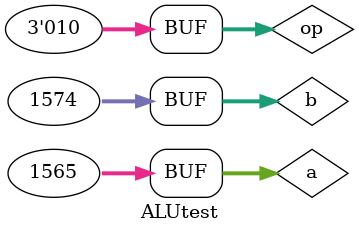
<source format=v>

module ALUtest();
reg [2:0]op;
reg  [31:0] a,b;
wire zero;
wire [31:0] resule;
ALU mm(op,a,b,zero,resule);
initial 
begin 
#0 a=32'b00000000000000000000011000011101;
#0 b=32'b00000000000000000000011000100110;
#0   op=3'b000;
#10 op=3'b001;
#10 op=3'b010;

end
endmodule

</source>
